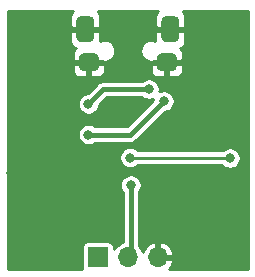
<source format=gbr>
%TF.GenerationSoftware,KiCad,Pcbnew,(5.1.9)-1*%
%TF.CreationDate,2022-01-17T18:13:00-05:00*%
%TF.ProjectId,USBUPDI,55534255-5044-4492-9e6b-696361645f70,rev?*%
%TF.SameCoordinates,Original*%
%TF.FileFunction,Copper,L2,Bot*%
%TF.FilePolarity,Positive*%
%FSLAX46Y46*%
G04 Gerber Fmt 4.6, Leading zero omitted, Abs format (unit mm)*
G04 Created by KiCad (PCBNEW (5.1.9)-1) date 2022-01-17 18:13:00*
%MOMM*%
%LPD*%
G01*
G04 APERTURE LIST*
%TA.AperFunction,ComponentPad*%
%ADD10O,1.700000X1.700000*%
%TD*%
%TA.AperFunction,ComponentPad*%
%ADD11R,1.700000X1.700000*%
%TD*%
%TA.AperFunction,ViaPad*%
%ADD12C,0.800000*%
%TD*%
%TA.AperFunction,Conductor*%
%ADD13C,0.381000*%
%TD*%
%TA.AperFunction,Conductor*%
%ADD14C,0.254000*%
%TD*%
%TA.AperFunction,Conductor*%
%ADD15C,0.100000*%
%TD*%
G04 APERTURE END LIST*
D10*
%TO.P,J2,3*%
%TO.N,GND*%
X179070000Y-149352000D03*
%TO.P,J2,2*%
%TO.N,VCC*%
X176530000Y-149352000D03*
D11*
%TO.P,J2,1*%
%TO.N,/UPDI*%
X173990000Y-149352000D03*
%TD*%
%TO.P,J1,6*%
%TO.N,GND*%
%TA.AperFunction,ComponentPad*%
G36*
G01*
X179380000Y-130773000D02*
X179380000Y-129323000D01*
G75*
G02*
X179755000Y-128948000I375000J0D01*
G01*
X180505000Y-128948000D01*
G75*
G02*
X180880000Y-129323000I0J-375000D01*
G01*
X180880000Y-130773000D01*
G75*
G02*
X180505000Y-131148000I-375000J0D01*
G01*
X179755000Y-131148000D01*
G75*
G02*
X179380000Y-130773000I0J375000D01*
G01*
G37*
%TD.AperFunction*%
%TA.AperFunction,ComponentPad*%
G36*
G01*
X172180000Y-130773000D02*
X172180000Y-129323000D01*
G75*
G02*
X172555000Y-128948000I375000J0D01*
G01*
X173305000Y-128948000D01*
G75*
G02*
X173680000Y-129323000I0J-375000D01*
G01*
X173680000Y-130773000D01*
G75*
G02*
X173305000Y-131148000I-375000J0D01*
G01*
X172555000Y-131148000D01*
G75*
G02*
X172180000Y-130773000I0J375000D01*
G01*
G37*
%TD.AperFunction*%
%TA.AperFunction,ComponentPad*%
G36*
G01*
X172380000Y-133223000D02*
X172380000Y-132473000D01*
G75*
G02*
X172755000Y-132098000I375000J0D01*
G01*
X173705000Y-132098000D01*
G75*
G02*
X174080000Y-132473000I0J-375000D01*
G01*
X174080000Y-133223000D01*
G75*
G02*
X173705000Y-133598000I-375000J0D01*
G01*
X172755000Y-133598000D01*
G75*
G02*
X172380000Y-133223000I0J375000D01*
G01*
G37*
%TD.AperFunction*%
%TA.AperFunction,ComponentPad*%
G36*
G01*
X178980000Y-133223000D02*
X178980000Y-132473000D01*
G75*
G02*
X179355000Y-132098000I375000J0D01*
G01*
X180305000Y-132098000D01*
G75*
G02*
X180680000Y-132473000I0J-375000D01*
G01*
X180680000Y-133223000D01*
G75*
G02*
X180305000Y-133598000I-375000J0D01*
G01*
X179355000Y-133598000D01*
G75*
G02*
X178980000Y-133223000I0J375000D01*
G01*
G37*
%TD.AperFunction*%
%TD*%
D12*
%TO.N,GND*%
X173482000Y-143510000D03*
X180340000Y-139192000D03*
X178562000Y-141986000D03*
X186182000Y-144526000D03*
X180086000Y-145796000D03*
X184912000Y-138938000D03*
X166624000Y-142240000D03*
%TO.N,+5V*%
X178308000Y-135128000D03*
X173198000Y-136368000D03*
%TO.N,+3V3*%
X173198000Y-138968000D03*
X179578000Y-136144000D03*
%TO.N,VCC*%
X176734699Y-140920699D03*
X185166000Y-140970052D03*
X176783997Y-143256003D03*
%TD*%
D13*
%TO.N,+5V*%
X175006000Y-135128000D02*
X175006000Y-135128000D01*
X178308000Y-135128000D02*
X174438000Y-135128000D01*
X174438000Y-135128000D02*
X173198000Y-136368000D01*
%TO.N,+3V3*%
X173198000Y-138968000D02*
X176754000Y-138968000D01*
X176754000Y-138968000D02*
X179578000Y-136144000D01*
X179578000Y-136144000D02*
X179578000Y-136144000D01*
D14*
%TO.N,VCC*%
X176734699Y-140920699D02*
X176734699Y-140920699D01*
X176734699Y-140920699D02*
X185116647Y-140920699D01*
X185116647Y-140920699D02*
X185166000Y-140970052D01*
D13*
X176784000Y-143256006D02*
X176783997Y-143256003D01*
X176784000Y-149098000D02*
X176784000Y-143256006D01*
X176530000Y-149352000D02*
X176784000Y-149098000D01*
%TD*%
D14*
%TO.N,GND*%
X171819052Y-128587052D02*
X171755570Y-128664405D01*
X171708398Y-128752656D01*
X171679350Y-128848415D01*
X171669542Y-128948000D01*
X171672000Y-129794000D01*
X171799000Y-129921000D01*
X172803000Y-129921000D01*
X172803000Y-129901000D01*
X173057000Y-129901000D01*
X173057000Y-129921000D01*
X174061000Y-129921000D01*
X174188000Y-129794000D01*
X174190458Y-128948000D01*
X174180650Y-128848415D01*
X174151602Y-128752656D01*
X174104430Y-128664405D01*
X174040948Y-128587052D01*
X173994582Y-128549000D01*
X179065418Y-128549000D01*
X179019052Y-128587052D01*
X178955570Y-128664405D01*
X178908398Y-128752656D01*
X178879350Y-128848415D01*
X178869542Y-128948000D01*
X178872000Y-129794000D01*
X178999000Y-129921000D01*
X180003000Y-129921000D01*
X180003000Y-129901000D01*
X180257000Y-129901000D01*
X180257000Y-129921000D01*
X181261000Y-129921000D01*
X181388000Y-129794000D01*
X181390458Y-128948000D01*
X181380650Y-128848415D01*
X181351602Y-128752656D01*
X181304430Y-128664405D01*
X181240948Y-128587052D01*
X181194582Y-128549000D01*
X186665000Y-128549000D01*
X186665001Y-150343000D01*
X179994989Y-150343000D01*
X180156459Y-150166731D01*
X180294529Y-149939119D01*
X180385541Y-149688944D01*
X180295054Y-149479000D01*
X179197000Y-149479000D01*
X179197000Y-149499000D01*
X178943000Y-149499000D01*
X178943000Y-149479000D01*
X178923000Y-149479000D01*
X178923000Y-149225000D01*
X178943000Y-149225000D01*
X178943000Y-148127569D01*
X179197000Y-148127569D01*
X179197000Y-149225000D01*
X180295054Y-149225000D01*
X180385541Y-149015056D01*
X180294529Y-148764881D01*
X180156459Y-148537269D01*
X179976637Y-148340966D01*
X179761973Y-148183517D01*
X179520717Y-148070972D01*
X179406943Y-148036465D01*
X179197000Y-148127569D01*
X178943000Y-148127569D01*
X178733057Y-148036465D01*
X178619283Y-148070972D01*
X178378027Y-148183517D01*
X178163363Y-148340966D01*
X177983541Y-148537269D01*
X177845471Y-148764881D01*
X177803960Y-148878987D01*
X177733444Y-148708746D01*
X177584828Y-148486325D01*
X177482500Y-148383997D01*
X177482500Y-143841605D01*
X177489286Y-143834819D01*
X177588656Y-143686102D01*
X177657103Y-143520857D01*
X177691997Y-143345433D01*
X177691997Y-143166573D01*
X177657103Y-142991149D01*
X177588656Y-142825904D01*
X177489286Y-142677187D01*
X177362813Y-142550714D01*
X177214096Y-142451344D01*
X177048851Y-142382897D01*
X176873427Y-142348003D01*
X176694567Y-142348003D01*
X176519143Y-142382897D01*
X176353898Y-142451344D01*
X176205181Y-142550714D01*
X176078708Y-142677187D01*
X175979338Y-142825904D01*
X175910891Y-142991149D01*
X175875997Y-143166573D01*
X175875997Y-143345433D01*
X175910891Y-143520857D01*
X175979338Y-143686102D01*
X176078708Y-143834819D01*
X176085501Y-143841612D01*
X176085500Y-148066229D01*
X175886746Y-148148556D01*
X175664325Y-148297172D01*
X175475172Y-148486325D01*
X175350457Y-148672975D01*
X175350457Y-148502000D01*
X175340649Y-148402415D01*
X175311601Y-148306657D01*
X175264429Y-148218405D01*
X175200948Y-148141052D01*
X175123595Y-148077571D01*
X175035343Y-148030399D01*
X174939585Y-148001351D01*
X174840000Y-147991543D01*
X173140000Y-147991543D01*
X173040415Y-148001351D01*
X172944657Y-148030399D01*
X172856405Y-148077571D01*
X172779052Y-148141052D01*
X172715571Y-148218405D01*
X172668399Y-148306657D01*
X172639351Y-148402415D01*
X172629543Y-148502000D01*
X172629543Y-150202000D01*
X172639351Y-150301585D01*
X172651914Y-150343000D01*
X166395000Y-150343000D01*
X166395000Y-140831269D01*
X175826699Y-140831269D01*
X175826699Y-141010129D01*
X175861593Y-141185553D01*
X175930040Y-141350798D01*
X176029410Y-141499515D01*
X176155883Y-141625988D01*
X176304600Y-141725358D01*
X176469845Y-141793805D01*
X176645269Y-141828699D01*
X176824129Y-141828699D01*
X176999553Y-141793805D01*
X177164798Y-141725358D01*
X177313515Y-141625988D01*
X177383804Y-141555699D01*
X184467542Y-141555699D01*
X184587184Y-141675341D01*
X184735901Y-141774711D01*
X184901146Y-141843158D01*
X185076570Y-141878052D01*
X185255430Y-141878052D01*
X185430854Y-141843158D01*
X185596099Y-141774711D01*
X185744816Y-141675341D01*
X185871289Y-141548868D01*
X185970659Y-141400151D01*
X186039106Y-141234906D01*
X186074000Y-141059482D01*
X186074000Y-140880622D01*
X186039106Y-140705198D01*
X185970659Y-140539953D01*
X185871289Y-140391236D01*
X185744816Y-140264763D01*
X185596099Y-140165393D01*
X185430854Y-140096946D01*
X185255430Y-140062052D01*
X185076570Y-140062052D01*
X184901146Y-140096946D01*
X184735901Y-140165393D01*
X184587184Y-140264763D01*
X184566248Y-140285699D01*
X177383804Y-140285699D01*
X177313515Y-140215410D01*
X177164798Y-140116040D01*
X176999553Y-140047593D01*
X176824129Y-140012699D01*
X176645269Y-140012699D01*
X176469845Y-140047593D01*
X176304600Y-140116040D01*
X176155883Y-140215410D01*
X176029410Y-140341883D01*
X175930040Y-140490600D01*
X175861593Y-140655845D01*
X175826699Y-140831269D01*
X166395000Y-140831269D01*
X166395000Y-136278570D01*
X172290000Y-136278570D01*
X172290000Y-136457430D01*
X172324894Y-136632854D01*
X172393341Y-136798099D01*
X172492711Y-136946816D01*
X172619184Y-137073289D01*
X172767901Y-137172659D01*
X172933146Y-137241106D01*
X173108570Y-137276000D01*
X173287430Y-137276000D01*
X173462854Y-137241106D01*
X173628099Y-137172659D01*
X173776816Y-137073289D01*
X173903289Y-136946816D01*
X174002659Y-136798099D01*
X174071106Y-136632854D01*
X174106000Y-136457430D01*
X174106000Y-136447827D01*
X174727328Y-135826500D01*
X177722395Y-135826500D01*
X177729184Y-135833289D01*
X177877901Y-135932659D01*
X178043146Y-136001106D01*
X178218570Y-136036000D01*
X178397430Y-136036000D01*
X178572854Y-136001106D01*
X178690312Y-135952453D01*
X178670000Y-136054570D01*
X178670000Y-136064171D01*
X176464673Y-138269500D01*
X173783605Y-138269500D01*
X173776816Y-138262711D01*
X173628099Y-138163341D01*
X173462854Y-138094894D01*
X173287430Y-138060000D01*
X173108570Y-138060000D01*
X172933146Y-138094894D01*
X172767901Y-138163341D01*
X172619184Y-138262711D01*
X172492711Y-138389184D01*
X172393341Y-138537901D01*
X172324894Y-138703146D01*
X172290000Y-138878570D01*
X172290000Y-139057430D01*
X172324894Y-139232854D01*
X172393341Y-139398099D01*
X172492711Y-139546816D01*
X172619184Y-139673289D01*
X172767901Y-139772659D01*
X172933146Y-139841106D01*
X173108570Y-139876000D01*
X173287430Y-139876000D01*
X173462854Y-139841106D01*
X173628099Y-139772659D01*
X173776816Y-139673289D01*
X173783605Y-139666500D01*
X176719702Y-139666500D01*
X176754000Y-139669878D01*
X176788298Y-139666500D01*
X176788309Y-139666500D01*
X176890930Y-139656393D01*
X177022597Y-139616452D01*
X177143943Y-139551591D01*
X177250303Y-139464303D01*
X177272175Y-139437652D01*
X179657829Y-137052000D01*
X179667430Y-137052000D01*
X179842854Y-137017106D01*
X180008099Y-136948659D01*
X180156816Y-136849289D01*
X180283289Y-136722816D01*
X180382659Y-136574099D01*
X180451106Y-136408854D01*
X180486000Y-136233430D01*
X180486000Y-136054570D01*
X180451106Y-135879146D01*
X180382659Y-135713901D01*
X180283289Y-135565184D01*
X180156816Y-135438711D01*
X180008099Y-135339341D01*
X179842854Y-135270894D01*
X179667430Y-135236000D01*
X179488570Y-135236000D01*
X179313146Y-135270894D01*
X179195688Y-135319547D01*
X179216000Y-135217430D01*
X179216000Y-135038570D01*
X179181106Y-134863146D01*
X179112659Y-134697901D01*
X179013289Y-134549184D01*
X178886816Y-134422711D01*
X178738099Y-134323341D01*
X178572854Y-134254894D01*
X178397430Y-134220000D01*
X178218570Y-134220000D01*
X178043146Y-134254894D01*
X177877901Y-134323341D01*
X177729184Y-134422711D01*
X177722395Y-134429500D01*
X174472298Y-134429500D01*
X174438000Y-134426122D01*
X174403702Y-134429500D01*
X174403691Y-134429500D01*
X174301070Y-134439607D01*
X174169403Y-134479548D01*
X174112917Y-134509740D01*
X174048056Y-134544409D01*
X173968346Y-134609826D01*
X173968343Y-134609829D01*
X173941697Y-134631697D01*
X173919829Y-134658343D01*
X173118173Y-135460000D01*
X173108570Y-135460000D01*
X172933146Y-135494894D01*
X172767901Y-135563341D01*
X172619184Y-135662711D01*
X172492711Y-135789184D01*
X172393341Y-135937901D01*
X172324894Y-136103146D01*
X172290000Y-136278570D01*
X166395000Y-136278570D01*
X166395000Y-133598000D01*
X171869542Y-133598000D01*
X171879350Y-133697585D01*
X171908398Y-133793344D01*
X171955570Y-133881595D01*
X172019052Y-133958948D01*
X172096405Y-134022430D01*
X172184656Y-134069602D01*
X172280415Y-134098650D01*
X172380000Y-134108458D01*
X172976000Y-134106000D01*
X173103000Y-133979000D01*
X173103000Y-132975000D01*
X173357000Y-132975000D01*
X173357000Y-133979000D01*
X173484000Y-134106000D01*
X174080000Y-134108458D01*
X174179585Y-134098650D01*
X174275344Y-134069602D01*
X174363595Y-134022430D01*
X174440948Y-133958948D01*
X174504430Y-133881595D01*
X174551602Y-133793344D01*
X174580650Y-133697585D01*
X174590458Y-133598000D01*
X178469542Y-133598000D01*
X178479350Y-133697585D01*
X178508398Y-133793344D01*
X178555570Y-133881595D01*
X178619052Y-133958948D01*
X178696405Y-134022430D01*
X178784656Y-134069602D01*
X178880415Y-134098650D01*
X178980000Y-134108458D01*
X179576000Y-134106000D01*
X179703000Y-133979000D01*
X179703000Y-132975000D01*
X179957000Y-132975000D01*
X179957000Y-133979000D01*
X180084000Y-134106000D01*
X180680000Y-134108458D01*
X180779585Y-134098650D01*
X180875344Y-134069602D01*
X180963595Y-134022430D01*
X181040948Y-133958948D01*
X181104430Y-133881595D01*
X181151602Y-133793344D01*
X181180650Y-133697585D01*
X181190458Y-133598000D01*
X181188000Y-133102000D01*
X181061000Y-132975000D01*
X179957000Y-132975000D01*
X179703000Y-132975000D01*
X178599000Y-132975000D01*
X178472000Y-133102000D01*
X178469542Y-133598000D01*
X174590458Y-133598000D01*
X174588000Y-133102000D01*
X174461000Y-132975000D01*
X173357000Y-132975000D01*
X173103000Y-132975000D01*
X171999000Y-132975000D01*
X171872000Y-133102000D01*
X171869542Y-133598000D01*
X166395000Y-133598000D01*
X166395000Y-131148000D01*
X171669542Y-131148000D01*
X171679350Y-131247585D01*
X171708398Y-131343344D01*
X171755570Y-131431595D01*
X171819052Y-131508948D01*
X171896405Y-131572430D01*
X171984656Y-131619602D01*
X172080415Y-131648650D01*
X172133285Y-131653857D01*
X172096405Y-131673570D01*
X172019052Y-131737052D01*
X171955570Y-131814405D01*
X171908398Y-131902656D01*
X171879350Y-131998415D01*
X171869542Y-132098000D01*
X171872000Y-132594000D01*
X171999000Y-132721000D01*
X173103000Y-132721000D01*
X173103000Y-132701000D01*
X173357000Y-132701000D01*
X173357000Y-132721000D01*
X174242464Y-132721000D01*
X174315146Y-132751106D01*
X174490570Y-132786000D01*
X174669430Y-132786000D01*
X174844854Y-132751106D01*
X175010099Y-132682659D01*
X175158816Y-132583289D01*
X175285289Y-132456816D01*
X175384659Y-132308099D01*
X175453106Y-132142854D01*
X175488000Y-131967430D01*
X175488000Y-131788570D01*
X177572000Y-131788570D01*
X177572000Y-131967430D01*
X177606894Y-132142854D01*
X177675341Y-132308099D01*
X177774711Y-132456816D01*
X177901184Y-132583289D01*
X178049901Y-132682659D01*
X178215146Y-132751106D01*
X178390570Y-132786000D01*
X178569430Y-132786000D01*
X178744854Y-132751106D01*
X178817536Y-132721000D01*
X179703000Y-132721000D01*
X179703000Y-132701000D01*
X179957000Y-132701000D01*
X179957000Y-132721000D01*
X181061000Y-132721000D01*
X181188000Y-132594000D01*
X181190458Y-132098000D01*
X181180650Y-131998415D01*
X181151602Y-131902656D01*
X181104430Y-131814405D01*
X181040948Y-131737052D01*
X180963595Y-131673570D01*
X180926715Y-131653857D01*
X180979585Y-131648650D01*
X181075344Y-131619602D01*
X181163595Y-131572430D01*
X181240948Y-131508948D01*
X181304430Y-131431595D01*
X181351602Y-131343344D01*
X181380650Y-131247585D01*
X181390458Y-131148000D01*
X181388000Y-130302000D01*
X181261000Y-130175000D01*
X180257000Y-130175000D01*
X180257000Y-130195000D01*
X180003000Y-130195000D01*
X180003000Y-130175000D01*
X178999000Y-130175000D01*
X178872000Y-130302000D01*
X178869807Y-131056652D01*
X178744854Y-131004894D01*
X178569430Y-130970000D01*
X178390570Y-130970000D01*
X178215146Y-131004894D01*
X178049901Y-131073341D01*
X177901184Y-131172711D01*
X177774711Y-131299184D01*
X177675341Y-131447901D01*
X177606894Y-131613146D01*
X177572000Y-131788570D01*
X175488000Y-131788570D01*
X175453106Y-131613146D01*
X175384659Y-131447901D01*
X175285289Y-131299184D01*
X175158816Y-131172711D01*
X175010099Y-131073341D01*
X174844854Y-131004894D01*
X174669430Y-130970000D01*
X174490570Y-130970000D01*
X174315146Y-131004894D01*
X174190193Y-131056652D01*
X174188000Y-130302000D01*
X174061000Y-130175000D01*
X173057000Y-130175000D01*
X173057000Y-130195000D01*
X172803000Y-130195000D01*
X172803000Y-130175000D01*
X171799000Y-130175000D01*
X171672000Y-130302000D01*
X171669542Y-131148000D01*
X166395000Y-131148000D01*
X166395000Y-128549000D01*
X171865418Y-128549000D01*
X171819052Y-128587052D01*
%TA.AperFunction,Conductor*%
D15*
G36*
X171819052Y-128587052D02*
G01*
X171755570Y-128664405D01*
X171708398Y-128752656D01*
X171679350Y-128848415D01*
X171669542Y-128948000D01*
X171672000Y-129794000D01*
X171799000Y-129921000D01*
X172803000Y-129921000D01*
X172803000Y-129901000D01*
X173057000Y-129901000D01*
X173057000Y-129921000D01*
X174061000Y-129921000D01*
X174188000Y-129794000D01*
X174190458Y-128948000D01*
X174180650Y-128848415D01*
X174151602Y-128752656D01*
X174104430Y-128664405D01*
X174040948Y-128587052D01*
X173994582Y-128549000D01*
X179065418Y-128549000D01*
X179019052Y-128587052D01*
X178955570Y-128664405D01*
X178908398Y-128752656D01*
X178879350Y-128848415D01*
X178869542Y-128948000D01*
X178872000Y-129794000D01*
X178999000Y-129921000D01*
X180003000Y-129921000D01*
X180003000Y-129901000D01*
X180257000Y-129901000D01*
X180257000Y-129921000D01*
X181261000Y-129921000D01*
X181388000Y-129794000D01*
X181390458Y-128948000D01*
X181380650Y-128848415D01*
X181351602Y-128752656D01*
X181304430Y-128664405D01*
X181240948Y-128587052D01*
X181194582Y-128549000D01*
X186665000Y-128549000D01*
X186665001Y-150343000D01*
X179994989Y-150343000D01*
X180156459Y-150166731D01*
X180294529Y-149939119D01*
X180385541Y-149688944D01*
X180295054Y-149479000D01*
X179197000Y-149479000D01*
X179197000Y-149499000D01*
X178943000Y-149499000D01*
X178943000Y-149479000D01*
X178923000Y-149479000D01*
X178923000Y-149225000D01*
X178943000Y-149225000D01*
X178943000Y-148127569D01*
X179197000Y-148127569D01*
X179197000Y-149225000D01*
X180295054Y-149225000D01*
X180385541Y-149015056D01*
X180294529Y-148764881D01*
X180156459Y-148537269D01*
X179976637Y-148340966D01*
X179761973Y-148183517D01*
X179520717Y-148070972D01*
X179406943Y-148036465D01*
X179197000Y-148127569D01*
X178943000Y-148127569D01*
X178733057Y-148036465D01*
X178619283Y-148070972D01*
X178378027Y-148183517D01*
X178163363Y-148340966D01*
X177983541Y-148537269D01*
X177845471Y-148764881D01*
X177803960Y-148878987D01*
X177733444Y-148708746D01*
X177584828Y-148486325D01*
X177482500Y-148383997D01*
X177482500Y-143841605D01*
X177489286Y-143834819D01*
X177588656Y-143686102D01*
X177657103Y-143520857D01*
X177691997Y-143345433D01*
X177691997Y-143166573D01*
X177657103Y-142991149D01*
X177588656Y-142825904D01*
X177489286Y-142677187D01*
X177362813Y-142550714D01*
X177214096Y-142451344D01*
X177048851Y-142382897D01*
X176873427Y-142348003D01*
X176694567Y-142348003D01*
X176519143Y-142382897D01*
X176353898Y-142451344D01*
X176205181Y-142550714D01*
X176078708Y-142677187D01*
X175979338Y-142825904D01*
X175910891Y-142991149D01*
X175875997Y-143166573D01*
X175875997Y-143345433D01*
X175910891Y-143520857D01*
X175979338Y-143686102D01*
X176078708Y-143834819D01*
X176085501Y-143841612D01*
X176085500Y-148066229D01*
X175886746Y-148148556D01*
X175664325Y-148297172D01*
X175475172Y-148486325D01*
X175350457Y-148672975D01*
X175350457Y-148502000D01*
X175340649Y-148402415D01*
X175311601Y-148306657D01*
X175264429Y-148218405D01*
X175200948Y-148141052D01*
X175123595Y-148077571D01*
X175035343Y-148030399D01*
X174939585Y-148001351D01*
X174840000Y-147991543D01*
X173140000Y-147991543D01*
X173040415Y-148001351D01*
X172944657Y-148030399D01*
X172856405Y-148077571D01*
X172779052Y-148141052D01*
X172715571Y-148218405D01*
X172668399Y-148306657D01*
X172639351Y-148402415D01*
X172629543Y-148502000D01*
X172629543Y-150202000D01*
X172639351Y-150301585D01*
X172651914Y-150343000D01*
X166395000Y-150343000D01*
X166395000Y-140831269D01*
X175826699Y-140831269D01*
X175826699Y-141010129D01*
X175861593Y-141185553D01*
X175930040Y-141350798D01*
X176029410Y-141499515D01*
X176155883Y-141625988D01*
X176304600Y-141725358D01*
X176469845Y-141793805D01*
X176645269Y-141828699D01*
X176824129Y-141828699D01*
X176999553Y-141793805D01*
X177164798Y-141725358D01*
X177313515Y-141625988D01*
X177383804Y-141555699D01*
X184467542Y-141555699D01*
X184587184Y-141675341D01*
X184735901Y-141774711D01*
X184901146Y-141843158D01*
X185076570Y-141878052D01*
X185255430Y-141878052D01*
X185430854Y-141843158D01*
X185596099Y-141774711D01*
X185744816Y-141675341D01*
X185871289Y-141548868D01*
X185970659Y-141400151D01*
X186039106Y-141234906D01*
X186074000Y-141059482D01*
X186074000Y-140880622D01*
X186039106Y-140705198D01*
X185970659Y-140539953D01*
X185871289Y-140391236D01*
X185744816Y-140264763D01*
X185596099Y-140165393D01*
X185430854Y-140096946D01*
X185255430Y-140062052D01*
X185076570Y-140062052D01*
X184901146Y-140096946D01*
X184735901Y-140165393D01*
X184587184Y-140264763D01*
X184566248Y-140285699D01*
X177383804Y-140285699D01*
X177313515Y-140215410D01*
X177164798Y-140116040D01*
X176999553Y-140047593D01*
X176824129Y-140012699D01*
X176645269Y-140012699D01*
X176469845Y-140047593D01*
X176304600Y-140116040D01*
X176155883Y-140215410D01*
X176029410Y-140341883D01*
X175930040Y-140490600D01*
X175861593Y-140655845D01*
X175826699Y-140831269D01*
X166395000Y-140831269D01*
X166395000Y-136278570D01*
X172290000Y-136278570D01*
X172290000Y-136457430D01*
X172324894Y-136632854D01*
X172393341Y-136798099D01*
X172492711Y-136946816D01*
X172619184Y-137073289D01*
X172767901Y-137172659D01*
X172933146Y-137241106D01*
X173108570Y-137276000D01*
X173287430Y-137276000D01*
X173462854Y-137241106D01*
X173628099Y-137172659D01*
X173776816Y-137073289D01*
X173903289Y-136946816D01*
X174002659Y-136798099D01*
X174071106Y-136632854D01*
X174106000Y-136457430D01*
X174106000Y-136447827D01*
X174727328Y-135826500D01*
X177722395Y-135826500D01*
X177729184Y-135833289D01*
X177877901Y-135932659D01*
X178043146Y-136001106D01*
X178218570Y-136036000D01*
X178397430Y-136036000D01*
X178572854Y-136001106D01*
X178690312Y-135952453D01*
X178670000Y-136054570D01*
X178670000Y-136064171D01*
X176464673Y-138269500D01*
X173783605Y-138269500D01*
X173776816Y-138262711D01*
X173628099Y-138163341D01*
X173462854Y-138094894D01*
X173287430Y-138060000D01*
X173108570Y-138060000D01*
X172933146Y-138094894D01*
X172767901Y-138163341D01*
X172619184Y-138262711D01*
X172492711Y-138389184D01*
X172393341Y-138537901D01*
X172324894Y-138703146D01*
X172290000Y-138878570D01*
X172290000Y-139057430D01*
X172324894Y-139232854D01*
X172393341Y-139398099D01*
X172492711Y-139546816D01*
X172619184Y-139673289D01*
X172767901Y-139772659D01*
X172933146Y-139841106D01*
X173108570Y-139876000D01*
X173287430Y-139876000D01*
X173462854Y-139841106D01*
X173628099Y-139772659D01*
X173776816Y-139673289D01*
X173783605Y-139666500D01*
X176719702Y-139666500D01*
X176754000Y-139669878D01*
X176788298Y-139666500D01*
X176788309Y-139666500D01*
X176890930Y-139656393D01*
X177022597Y-139616452D01*
X177143943Y-139551591D01*
X177250303Y-139464303D01*
X177272175Y-139437652D01*
X179657829Y-137052000D01*
X179667430Y-137052000D01*
X179842854Y-137017106D01*
X180008099Y-136948659D01*
X180156816Y-136849289D01*
X180283289Y-136722816D01*
X180382659Y-136574099D01*
X180451106Y-136408854D01*
X180486000Y-136233430D01*
X180486000Y-136054570D01*
X180451106Y-135879146D01*
X180382659Y-135713901D01*
X180283289Y-135565184D01*
X180156816Y-135438711D01*
X180008099Y-135339341D01*
X179842854Y-135270894D01*
X179667430Y-135236000D01*
X179488570Y-135236000D01*
X179313146Y-135270894D01*
X179195688Y-135319547D01*
X179216000Y-135217430D01*
X179216000Y-135038570D01*
X179181106Y-134863146D01*
X179112659Y-134697901D01*
X179013289Y-134549184D01*
X178886816Y-134422711D01*
X178738099Y-134323341D01*
X178572854Y-134254894D01*
X178397430Y-134220000D01*
X178218570Y-134220000D01*
X178043146Y-134254894D01*
X177877901Y-134323341D01*
X177729184Y-134422711D01*
X177722395Y-134429500D01*
X174472298Y-134429500D01*
X174438000Y-134426122D01*
X174403702Y-134429500D01*
X174403691Y-134429500D01*
X174301070Y-134439607D01*
X174169403Y-134479548D01*
X174112917Y-134509740D01*
X174048056Y-134544409D01*
X173968346Y-134609826D01*
X173968343Y-134609829D01*
X173941697Y-134631697D01*
X173919829Y-134658343D01*
X173118173Y-135460000D01*
X173108570Y-135460000D01*
X172933146Y-135494894D01*
X172767901Y-135563341D01*
X172619184Y-135662711D01*
X172492711Y-135789184D01*
X172393341Y-135937901D01*
X172324894Y-136103146D01*
X172290000Y-136278570D01*
X166395000Y-136278570D01*
X166395000Y-133598000D01*
X171869542Y-133598000D01*
X171879350Y-133697585D01*
X171908398Y-133793344D01*
X171955570Y-133881595D01*
X172019052Y-133958948D01*
X172096405Y-134022430D01*
X172184656Y-134069602D01*
X172280415Y-134098650D01*
X172380000Y-134108458D01*
X172976000Y-134106000D01*
X173103000Y-133979000D01*
X173103000Y-132975000D01*
X173357000Y-132975000D01*
X173357000Y-133979000D01*
X173484000Y-134106000D01*
X174080000Y-134108458D01*
X174179585Y-134098650D01*
X174275344Y-134069602D01*
X174363595Y-134022430D01*
X174440948Y-133958948D01*
X174504430Y-133881595D01*
X174551602Y-133793344D01*
X174580650Y-133697585D01*
X174590458Y-133598000D01*
X178469542Y-133598000D01*
X178479350Y-133697585D01*
X178508398Y-133793344D01*
X178555570Y-133881595D01*
X178619052Y-133958948D01*
X178696405Y-134022430D01*
X178784656Y-134069602D01*
X178880415Y-134098650D01*
X178980000Y-134108458D01*
X179576000Y-134106000D01*
X179703000Y-133979000D01*
X179703000Y-132975000D01*
X179957000Y-132975000D01*
X179957000Y-133979000D01*
X180084000Y-134106000D01*
X180680000Y-134108458D01*
X180779585Y-134098650D01*
X180875344Y-134069602D01*
X180963595Y-134022430D01*
X181040948Y-133958948D01*
X181104430Y-133881595D01*
X181151602Y-133793344D01*
X181180650Y-133697585D01*
X181190458Y-133598000D01*
X181188000Y-133102000D01*
X181061000Y-132975000D01*
X179957000Y-132975000D01*
X179703000Y-132975000D01*
X178599000Y-132975000D01*
X178472000Y-133102000D01*
X178469542Y-133598000D01*
X174590458Y-133598000D01*
X174588000Y-133102000D01*
X174461000Y-132975000D01*
X173357000Y-132975000D01*
X173103000Y-132975000D01*
X171999000Y-132975000D01*
X171872000Y-133102000D01*
X171869542Y-133598000D01*
X166395000Y-133598000D01*
X166395000Y-131148000D01*
X171669542Y-131148000D01*
X171679350Y-131247585D01*
X171708398Y-131343344D01*
X171755570Y-131431595D01*
X171819052Y-131508948D01*
X171896405Y-131572430D01*
X171984656Y-131619602D01*
X172080415Y-131648650D01*
X172133285Y-131653857D01*
X172096405Y-131673570D01*
X172019052Y-131737052D01*
X171955570Y-131814405D01*
X171908398Y-131902656D01*
X171879350Y-131998415D01*
X171869542Y-132098000D01*
X171872000Y-132594000D01*
X171999000Y-132721000D01*
X173103000Y-132721000D01*
X173103000Y-132701000D01*
X173357000Y-132701000D01*
X173357000Y-132721000D01*
X174242464Y-132721000D01*
X174315146Y-132751106D01*
X174490570Y-132786000D01*
X174669430Y-132786000D01*
X174844854Y-132751106D01*
X175010099Y-132682659D01*
X175158816Y-132583289D01*
X175285289Y-132456816D01*
X175384659Y-132308099D01*
X175453106Y-132142854D01*
X175488000Y-131967430D01*
X175488000Y-131788570D01*
X177572000Y-131788570D01*
X177572000Y-131967430D01*
X177606894Y-132142854D01*
X177675341Y-132308099D01*
X177774711Y-132456816D01*
X177901184Y-132583289D01*
X178049901Y-132682659D01*
X178215146Y-132751106D01*
X178390570Y-132786000D01*
X178569430Y-132786000D01*
X178744854Y-132751106D01*
X178817536Y-132721000D01*
X179703000Y-132721000D01*
X179703000Y-132701000D01*
X179957000Y-132701000D01*
X179957000Y-132721000D01*
X181061000Y-132721000D01*
X181188000Y-132594000D01*
X181190458Y-132098000D01*
X181180650Y-131998415D01*
X181151602Y-131902656D01*
X181104430Y-131814405D01*
X181040948Y-131737052D01*
X180963595Y-131673570D01*
X180926715Y-131653857D01*
X180979585Y-131648650D01*
X181075344Y-131619602D01*
X181163595Y-131572430D01*
X181240948Y-131508948D01*
X181304430Y-131431595D01*
X181351602Y-131343344D01*
X181380650Y-131247585D01*
X181390458Y-131148000D01*
X181388000Y-130302000D01*
X181261000Y-130175000D01*
X180257000Y-130175000D01*
X180257000Y-130195000D01*
X180003000Y-130195000D01*
X180003000Y-130175000D01*
X178999000Y-130175000D01*
X178872000Y-130302000D01*
X178869807Y-131056652D01*
X178744854Y-131004894D01*
X178569430Y-130970000D01*
X178390570Y-130970000D01*
X178215146Y-131004894D01*
X178049901Y-131073341D01*
X177901184Y-131172711D01*
X177774711Y-131299184D01*
X177675341Y-131447901D01*
X177606894Y-131613146D01*
X177572000Y-131788570D01*
X175488000Y-131788570D01*
X175453106Y-131613146D01*
X175384659Y-131447901D01*
X175285289Y-131299184D01*
X175158816Y-131172711D01*
X175010099Y-131073341D01*
X174844854Y-131004894D01*
X174669430Y-130970000D01*
X174490570Y-130970000D01*
X174315146Y-131004894D01*
X174190193Y-131056652D01*
X174188000Y-130302000D01*
X174061000Y-130175000D01*
X173057000Y-130175000D01*
X173057000Y-130195000D01*
X172803000Y-130195000D01*
X172803000Y-130175000D01*
X171799000Y-130175000D01*
X171672000Y-130302000D01*
X171669542Y-131148000D01*
X166395000Y-131148000D01*
X166395000Y-128549000D01*
X171865418Y-128549000D01*
X171819052Y-128587052D01*
G37*
%TD.AperFunction*%
%TD*%
M02*

</source>
